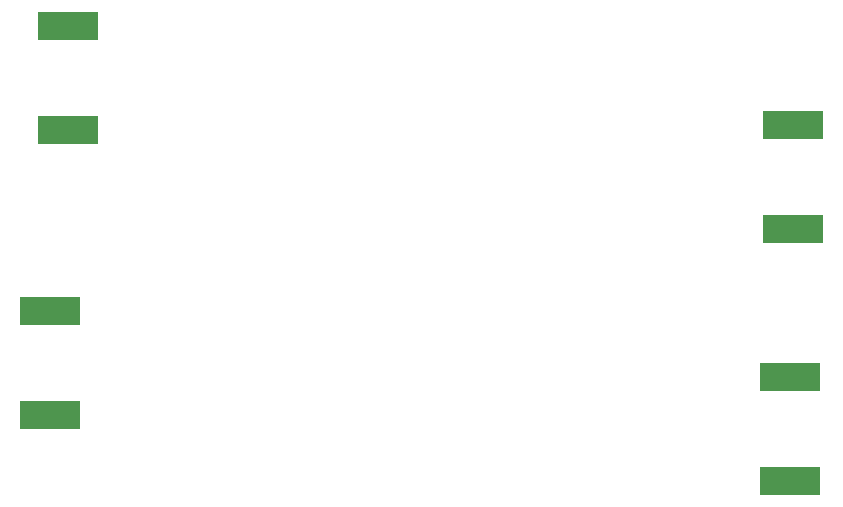
<source format=gbr>
%TF.GenerationSoftware,KiCad,Pcbnew,5.1.6*%
%TF.CreationDate,2020-08-01T20:23:43+02:00*%
%TF.ProjectId,AntSwitcher,416e7453-7769-4746-9368-65722e6b6963,rev?*%
%TF.SameCoordinates,Original*%
%TF.FileFunction,Paste,Bot*%
%TF.FilePolarity,Positive*%
%FSLAX46Y46*%
G04 Gerber Fmt 4.6, Leading zero omitted, Abs format (unit mm)*
G04 Created by KiCad (PCBNEW 5.1.6) date 2020-08-01 20:23:43*
%MOMM*%
%LPD*%
G01*
G04 APERTURE LIST*
%ADD10R,5.080000X2.420000*%
G04 APERTURE END LIST*
D10*
%TO.C,J2*%
X84132000Y-67121000D03*
X84132000Y-75881000D03*
%TD*%
%TO.C,J3*%
X82608000Y-100011000D03*
X82608000Y-91251000D03*
%TD*%
%TO.C,J4*%
X145484000Y-75503000D03*
X145484000Y-84263000D03*
%TD*%
%TO.C,J5*%
X145288000Y-105599000D03*
X145288000Y-96839000D03*
%TD*%
M02*

</source>
